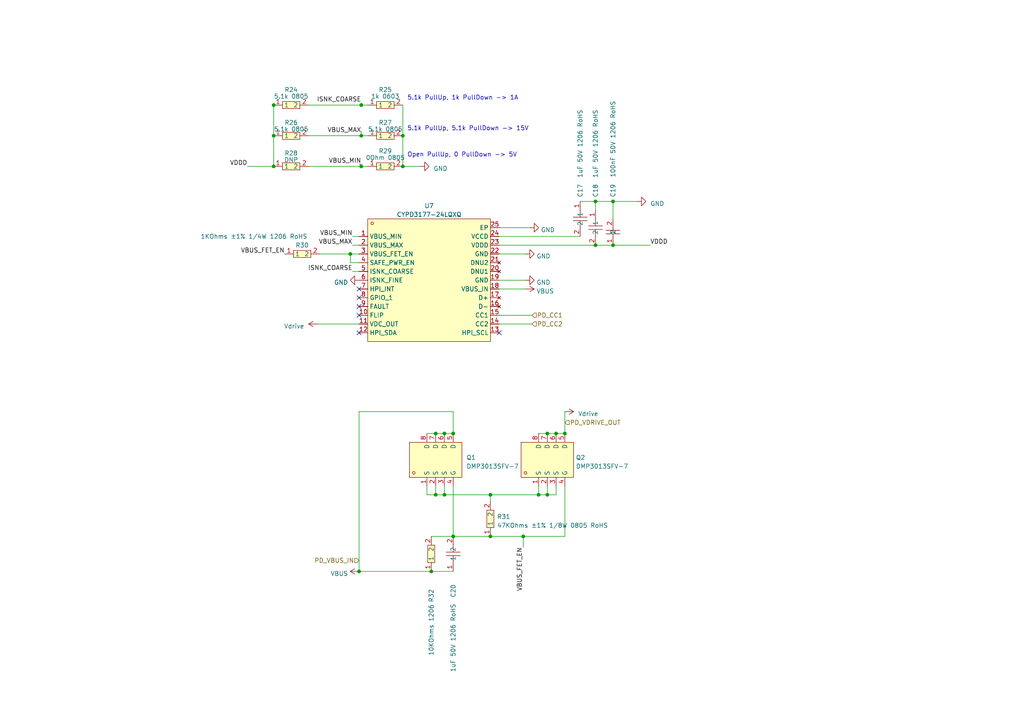
<source format=kicad_sch>
(kicad_sch (version 20230121) (generator eeschema)
  (paper "A4")
  (title_block (title "Frankenstein Controller") (company "wirkbetrieb.net / Tom Eichhorn"))
  (lib_symbols
    (symbol "easyeda2kicad:0805W8F0000T5E"
      (property "Reference" "R" (at 0 5.08 0))
      (property "Value" "0805W8F0000T5E" (at 0 -5.08 0))
      (symbol "0805W8F0000T5E_0_1"
        (rectangle (start -2.54 1.02) (end 2.54 -1.02) (fill (type background)))
        (pin input line (at -5.08 0 0) (length 2.54) (name "1") (number "1"))
        (pin input line (at 5.08 0 180) (length 2.54) (name "2") (number "2"))
      )
    )
    (symbol "easyeda2kicad:0805W8F1001T5E"
      (property "Reference" "R" (at 0 5.08 0))
      (property "Value" "0805W8F1001T5E" (at 0 -5.08 0))
      (symbol "0805W8F1001T5E_0_1"
        (rectangle (start -2.54 1.02) (end 2.54 -1.02) (fill (type background)))
        (pin input line (at -5.08 0 0) (length 2.54) (name "1") (number "1"))
        (pin input line (at 5.08 0 180) (length 2.54) (name "2") (number "2"))
      )
    )
    (symbol "easyeda2kicad:0805W8F4702T5E"
      (property "Reference" "R" (at 0 5.08 0))
      (property "Value" "47k 0805" (at 0 -5.08 0))
      (symbol "0805W8F4702T5E_0_1"
        (rectangle (start -2.54 1.02) (end 2.54 -1.02) (fill (type background)))
        (pin bidirectional line (at -5.08 0 0) (length 2.54) (name "1") (number "1"))
        (pin bidirectional line (at 5.08 0 180) (length 2.54) (name "2") (number "2"))
      )
    )
    (symbol "easyeda2kicad:0805W8F5101T5E"
      (property "Reference" "R" (at 0 5.08 0))
      (property "Value" "0805W8F5101T5E" (at 0 -5.08 0))
      (symbol "0805W8F5101T5E_0_1"
        (rectangle (start -2.54 1.02) (end 2.54 -1.02) (fill (type background)))
        (pin input line (at -5.08 0 0) (length 2.54) (name "1") (number "1"))
        (pin input line (at 5.08 0 180) (length 2.54) (name "2") (number "2"))
      )
    )
    (symbol "easyeda2kicad:1206W4F1001T5E"
      (property "Reference" "R" (at 0 5.08 0))
      (property "Value" "1k 1206" (at 0 -5.08 0))
      (symbol "1206W4F1001T5E_0_1"
        (rectangle (start -2.54 1.02) (end 2.54 -1.02) (fill (type background)))
        (pin bidirectional line (at -5.08 0 0) (length 2.54) (name "1") (number "1"))
        (pin bidirectional line (at 5.08 0 180) (length 2.54) (name "2") (number "2"))
      )
    )
    (symbol "easyeda2kicad:1206W4F1002T5E"
      (property "Reference" "R" (at 0 5.08 0))
      (property "Value" "10k 1206" (at 0 -5.08 0))
      (symbol "1206W4F1002T5E_0_1"
        (rectangle (start -2.54 1.02) (end 2.54 -1.02) (fill (type background)))
        (pin bidirectional line (at -5.08 0 0) (length 2.54) (name "1") (number "1"))
        (pin bidirectional line (at 5.08 0 180) (length 2.54) (name "2") (number "2"))
      )
    )
    (symbol "easyeda2kicad:CL31B104KBCNNNC"
      (property "Reference" "C" (at 0 5.08 0))
      (property "Value" "100nF 50V 1206" (at 0 -5.08 0))
      (symbol "CL31B104KBCNNNC_0_1"
        (polyline (pts (xy -1.27 0) (xy -0.51 0)))
        (polyline (pts (xy -0.51 2.03) (xy -0.51 -2.03)))
        (polyline (pts (xy 0.51 0) (xy 1.27 0)))
        (polyline (pts (xy 0.51 2.03) (xy 0.51 -2.03)))
        (pin bidirectional line (at -3.81 0 0) (length 2.54) (name "1") (number "1"))
        (pin bidirectional line (at 3.81 0 180) (length 2.54) (name "2") (number "2"))
      )
    )
    (symbol "easyeda2kicad:CL31B105KBHNNNE"
      (property "Reference" "C" (at 0 5.08 0))
      (property "Value" "1uF 50V 1206" (at 0 -5.08 0))
      (symbol "CL31B105KBHNNNE_0_1"
        (polyline (pts (xy -0.51 -2.03) (xy -0.51 2.03)))
        (polyline (pts (xy -0.51 0) (xy -2.54 0)))
        (polyline (pts (xy 0.51 2.03) (xy 0.51 -2.03)))
        (polyline (pts (xy 2.54 0) (xy 0.51 0)))
        (pin bidirectional line (at -5.08 0 0) (length 2.54) (name "1") (number "1"))
        (pin bidirectional line (at 5.08 0 180) (length 2.54) (name "2") (number "2"))
      )
    )
    (symbol "easyeda2kicad:CYPD3177-24LQXQ"
      (property "Reference" "U" (at 0 20.32 0))
      (property "Value" "CYPD3177-24LQXQ" (at 0 -20.32 0))
      (symbol "CYPD3177-24LQXQ_0_1"
        (rectangle (start -17.78 17.78) (end 17.78 -17.78) (fill (type background)))
        (circle (center -16.51 16.51) (radius 0.38))
        (pin input line (at -20.32 12.7 0) (length 2.54) (name "VBUS_MIN") (number "1"))
        (pin output line (at -20.32 -10.16 0) (length 2.54) (name "FLIP") (number "10"))
        (pin power_in line (at -20.32 -12.7 0) (length 2.54) (name "VDC_OUT") (number "11"))
        (pin bidirectional line (at -20.32 -15.24 0) (length 2.54) (name "HPI_SDA") (number "12"))
        (pin input line (at 20.32 -15.24 180) (length 2.54) (name "HPI_SCL") (number "13"))
        (pin bidirectional line (at 20.32 -12.7 180) (length 2.54) (name "CC2") (number "14"))
        (pin bidirectional line (at 20.32 -10.16 180) (length 2.54) (name "CC1") (number "15"))
        (pin no_connect line (at 20.32 -7.62 180) (length 2.54) (name "D-") (number "16"))
        (pin no_connect line (at 20.32 -5.08 180) (length 2.54) (name "D+") (number "17"))
        (pin power_in line (at 20.32 -2.54 180) (length 2.54) (name "VBUS_IN") (number "18"))
        (pin power_in line (at 20.32 0 180) (length 2.54) (name "GND") (number "19"))
        (pin input line (at -20.32 10.16 0) (length 2.54) (name "VBUS_MAX") (number "2"))
        (pin no_connect line (at 20.32 2.54 180) (length 2.54) (name "DNU1") (number "20"))
        (pin no_connect line (at 20.32 5.08 180) (length 2.54) (name "DNU2") (number "21"))
        (pin power_in line (at 20.32 7.62 180) (length 2.54) (name "GND") (number "22"))
        (pin power_out line (at 20.32 10.16 180) (length 2.54) (name "VDDD") (number "23"))
        (pin power_out line (at 20.32 12.7 180) (length 2.54) (name "VCCD") (number "24"))
        (pin unspecified line (at 20.32 15.24 180) (length 2.54) (name "EP") (number "25"))
        (pin output line (at -20.32 7.62 0) (length 2.54) (name "VBUS_FET_EN") (number "3"))
        (pin output line (at -20.32 5.08 0) (length 2.54) (name "SAFE_PWR_EN") (number "4"))
        (pin input line (at -20.32 2.54 0) (length 2.54) (name "ISNK_COARSE") (number "5"))
        (pin power_in line (at -20.32 0 0) (length 2.54) (name "ISNK_FINE") (number "6"))
        (pin output line (at -20.32 -2.54 0) (length 2.54) (name "HPI_INT") (number "7"))
        (pin bidirectional line (at -20.32 -5.08 0) (length 2.54) (name "GPIO_1") (number "8"))
        (pin output line (at -20.32 -7.62 0) (length 2.54) (name "FAULT") (number "9"))
      )
    )
    (symbol "easyeda2kicad:DMP3013SFV-7"
      (property "Reference" "Q" (at 0 7.62 0))
      (property "Value" "DMP3013SFV-7" (at 0 -10.16 0))
      (symbol "DMP3013SFV-7_0_1"
        (rectangle (start -5.08 7.62) (end 5.08 -7.62) (fill (type background)))
        (circle (center -3.81 6.35) (radius 0.38))
        (pin bidirectional line (at -7.62 2.54 0) (length 2.54) (name "S") (number "1"))
        (pin bidirectional line (at -7.62 0 0) (length 2.54) (name "S") (number "2"))
        (pin bidirectional line (at -7.62 -2.54 0) (length 2.54) (name "S") (number "3"))
        (pin bidirectional line (at -7.62 -5.08 0) (length 2.54) (name "G") (number "4"))
        (pin bidirectional line (at 7.62 -5.08 180) (length 2.54) (name "D") (number "5"))
        (pin bidirectional line (at 7.62 -2.54 180) (length 2.54) (name "D") (number "6"))
        (pin bidirectional line (at 7.62 0 180) (length 2.54) (name "D") (number "7"))
        (pin bidirectional line (at 7.62 2.54 180) (length 2.54) (name "D") (number "8"))
      )
    )
    (symbol "power:GND" (power) (pin_names (offset 0))
      (property "Value" "GND" (at 0 -3.81 0))
      (symbol "GND_0_1"
        (polyline (pts (xy 0 0) (xy 0 -1.27) (xy 1.27 -1.27) (xy 0 -2.54) (xy -1.27 -1.27) (xy 0 -1.27)))
      )
      (symbol "GND_1_1"
        (pin power_in line (at 0 0 270) (length 0) hide (name "GND") (number "1"))
      )
    )
    (symbol "power:VBUS" (power) (pin_names (offset 0))
      (property "Value" "VBUS" (at 0 3.81 0))
      (symbol "VBUS_0_1"
        (polyline (pts (xy -0.762 1.27) (xy 0 2.54)))
        (polyline (pts (xy 0 0) (xy 0 2.54)))
        (polyline (pts (xy 0 2.54) (xy 0.762 1.27)))
      )
      (symbol "VBUS_1_1"
        (pin power_in line (at 0 0 90) (length 0) hide (name "VBUS") (number "1"))
      )
    )
    (symbol "power:Vdrive" (power) (pin_names (offset 0))
      (property "Value" "Vdrive" (at 0 3.81 0))
      (symbol "Vdrive_0_1"
        (polyline (pts (xy -0.762 1.27) (xy 0 2.54)))
        (polyline (pts (xy 0 0) (xy 0 2.54)))
        (polyline (pts (xy 0 2.54) (xy 0.762 1.27)))
      )
      (symbol "Vdrive_1_1"
        (pin power_in line (at 0 0 90) (length 0) hide (name "Vdrive") (number "1"))
      )
    )
  )
  (junction (at 161.29 125.73))
  (junction (at 101.6 73.66))
  (junction (at 142.24 143.51))
  (junction (at 126.365 143.51))
  (junction (at 172.72 58.42))
  (junction (at 177.8 71.12))
  (junction (at 158.75 125.73))
  (junction (at 172.72 71.12))
  (junction (at 128.905 125.73))
  (junction (at 116.84 39.37))
  (junction (at 177.8 58.42))
  (junction (at 156.21 143.51))
  (junction (at 142.24 155.575))
  (junction (at 131.445 125.73))
  (junction (at 104.775 30.48))
  (junction (at 125.095 165.735))
  (junction (at 104.775 48.26))
  (junction (at 116.84 48.26))
  (junction (at 79.375 39.37))
  (junction (at 126.365 125.73))
  (junction (at 128.905 143.51))
  (junction (at 151.765 155.575))
  (junction (at 131.445 155.575))
  (junction (at 79.375 30.48))
  (junction (at 104.14 165.735))
  (junction (at 104.775 39.37))
  (junction (at 79.375 48.26))
  (junction (at 163.83 125.73))
  (junction (at 158.75 143.51))
  (no_connect (at 104.14 88.9))
  (no_connect (at 104.14 86.36))
  (no_connect (at 144.78 96.52))
  (no_connect (at 104.14 83.82))
  (no_connect (at 104.14 96.52))
  (no_connect (at 104.14 91.44))
  (wire (pts (xy 116.84 48.26) (xy 121.92 48.26)))
  (wire (pts (xy 92.075 93.98) (xy 104.14 93.98)))
  (wire (pts (xy 163.83 119.38) (xy 163.83 125.73)))
  (wire (pts (xy 89.535 30.48) (xy 104.775 30.48)))
  (wire (pts (xy 128.905 125.73) (xy 131.445 125.73)))
  (wire (pts (xy 126.365 143.51) (xy 128.905 143.51)))
  (wire (pts (xy 144.78 81.28) (xy 152.4 81.28)))
  (wire (pts (xy 102.235 78.74) (xy 104.14 78.74)))
  (wire (pts (xy 163.83 140.97) (xy 163.83 155.575)))
  (wire (pts (xy 158.75 125.73) (xy 161.29 125.73)))
  (wire (pts (xy 79.375 39.37) (xy 79.375 48.26)))
  (wire (pts (xy 104.775 30.48) (xy 106.68 30.48)))
  (wire (pts (xy 172.72 58.42) (xy 172.72 60.96)))
  (wire (pts (xy 144.78 66.04) (xy 153.67 66.04)))
  (wire (pts (xy 104.775 39.37) (xy 106.68 39.37)))
  (wire (pts (xy 125.095 165.735) (xy 104.14 165.735)))
  (wire (pts (xy 104.14 76.2) (xy 101.6 76.2)))
  (wire (pts (xy 116.84 39.37) (xy 116.84 48.26)))
  (wire (pts (xy 128.905 143.51) (xy 142.24 143.51)))
  (wire (pts (xy 131.445 119.38) (xy 104.14 119.38)))
  (wire (pts (xy 104.775 47.625) (xy 104.775 48.26)))
  (wire (pts (xy 123.825 125.73) (xy 126.365 125.73)))
  (wire (pts (xy 151.765 155.575) (xy 163.83 155.575)))
  (wire (pts (xy 125.095 165.735) (xy 131.445 165.735)))
  (wire (pts (xy 104.775 48.26) (xy 106.68 48.26)))
  (wire (pts (xy 102.235 71.12) (xy 104.14 71.12)))
  (wire (pts (xy 161.29 143.51) (xy 161.29 140.97)))
  (wire (pts (xy 128.905 143.51) (xy 128.905 140.97)))
  (wire (pts (xy 142.24 143.51) (xy 142.24 145.415)))
  (wire (pts (xy 79.375 39.37) (xy 79.375 30.48)))
  (wire (pts (xy 177.8 58.42) (xy 184.785 58.42)))
  (wire (pts (xy 177.8 71.12) (xy 188.595 71.12)))
  (wire (pts (xy 144.78 93.98) (xy 154.305 93.98)))
  (wire (pts (xy 177.8 58.42) (xy 177.8 63.5)))
  (wire (pts (xy 116.84 30.48) (xy 116.84 39.37)))
  (wire (pts (xy 123.825 140.97) (xy 123.825 143.51)))
  (wire (pts (xy 158.75 140.97) (xy 158.75 143.51)))
  (wire (pts (xy 144.78 73.66) (xy 152.4 73.66)))
  (wire (pts (xy 172.72 58.42) (xy 177.8 58.42)))
  (wire (pts (xy 161.29 125.73) (xy 163.83 125.73)))
  (wire (pts (xy 131.445 119.38) (xy 131.445 125.73)))
  (wire (pts (xy 151.765 155.575) (xy 151.765 158.75)))
  (wire (pts (xy 89.535 48.26) (xy 104.775 48.26)))
  (wire (pts (xy 172.72 71.12) (xy 177.8 71.12)))
  (wire (pts (xy 123.825 143.51) (xy 126.365 143.51)))
  (wire (pts (xy 131.445 155.575) (xy 142.24 155.575)))
  (wire (pts (xy 126.365 125.73) (xy 128.905 125.73)))
  (wire (pts (xy 104.775 38.1) (xy 104.775 39.37)))
  (wire (pts (xy 156.21 125.73) (xy 158.75 125.73)))
  (wire (pts (xy 104.775 29.845) (xy 104.775 30.48)))
  (wire (pts (xy 71.755 48.26) (xy 79.375 48.26)))
  (wire (pts (xy 144.78 91.44) (xy 154.305 91.44)))
  (wire (pts (xy 142.24 143.51) (xy 156.21 143.51)))
  (wire (pts (xy 102.235 68.58) (xy 104.14 68.58)))
  (wire (pts (xy 144.78 68.58) (xy 168.275 68.58)))
  (wire (pts (xy 131.445 140.97) (xy 131.445 155.575)))
  (wire (pts (xy 142.24 155.575) (xy 151.765 155.575)))
  (wire (pts (xy 144.78 71.12) (xy 172.72 71.12)))
  (wire (pts (xy 158.75 143.51) (xy 161.29 143.51)))
  (wire (pts (xy 126.365 143.51) (xy 126.365 140.97)))
  (wire (pts (xy 89.535 39.37) (xy 104.775 39.37)))
  (wire (pts (xy 168.275 58.42) (xy 172.72 58.42)))
  (wire (pts (xy 92.71 73.66) (xy 101.6 73.66)))
  (wire (pts (xy 101.6 73.66) (xy 104.14 73.66)))
  (wire (pts (xy 79.375 30.48) (xy 80.01 30.48)))
  (wire (pts (xy 156.21 143.51) (xy 158.75 143.51)))
  (wire (pts (xy 104.775 47.625) (xy 104.14 47.625)))
  (wire (pts (xy 125.095 155.575) (xy 131.445 155.575)))
  (wire (pts (xy 144.78 83.82) (xy 152.4 83.82)))
  (wire (pts (xy 156.21 143.51) (xy 156.21 140.97)))
  (wire (pts (xy 104.14 119.38) (xy 104.14 165.735)))
  (wire (pts (xy 101.6 76.2) (xy 101.6 73.66)))
  (text "5.1k PullUp, 1k PullDown -> 1A\n" (at 118.11 29.21 0) (effects (font (size 1.27 1.27)) (justify left bottom)))
  (text "Open PullUp, 0 PullDown -> 5V" (at 118.11 45.72 0) (effects (font (size 1.27 1.27)) (justify left bottom)))
  (text "5.1k PullUp, 5.1k PullDown -> 15V" (at 118.11 38.1 0) (effects (font (size 1.27 1.27)) (justify left bottom)))
  (label "VBUS_FET_EN" (at 151.765 158.75 270))
  (label "ISNK_COARSE" (at 102.235 78.74 180))
  (label "VDDD" (at 71.755 48.26 180))
  (label "VDDD" (at 188.595 71.12 0))
  (label "VBUS_MAX" (at 104.775 38.735 180))
  (label "VBUS_FET_EN" (at 82.55 73.66 180))
  (label "VBUS_MIN" (at 102.235 68.58 180))
  (label "ISNK_COARSE" (at 104.775 29.845 180))
  (label "VBUS_MAX" (at 102.235 71.12 180))
  (label "VBUS_MIN" (at 104.775 47.625 180))
  (hierarchical_label "PD_CC1" (shape input) (at 154.305 91.44 0))
  (hierarchical_label "PD_CC2" (shape input) (at 154.305 93.98 0))
  (hierarchical_label "PD_VBUS_IN" (shape input) (at 104.14 162.56 180))
  (hierarchical_label "PD_VDRIVE_OUT" (shape input) (at 163.83 122.555 0))
  (symbol (lib_id "easyeda2kicad:CYPD3177-24LQXQ") (at 124.46 81.28 0) (unit 1)
    (property "Reference" "U7" (at 124.46 59.69 0))
    (property "Value" "CYPD3177-24LQXQ" (at 124.46 62.23 0))
    (property "Footprint" "easyeda2kicad:TQFN-24_L4.0-W4.0-P0.50-TL-EP2.8" (effects hide))
    (property "Manufacturer" "SPANSION(飞索)" (effects hide))
    (property "LCSC Part" "C1521054" (effects hide))
    (instances (project "frankenstein_enlarger_controller" (path "" (reference "U7") (unit 1))) (project "frankenstein_lightningbolt" (path "" (reference "U1") (unit 1))))
  )
  (symbol (lib_id "power:GND") (at 104.14 81.28 270) (unit 1)
    (property "Reference" "#PWR034" (effects hide))
    (property "Value" "GND" (at 100.965 81.915 90) (effects (justify right)))
  )
  (symbol (lib_id "power:VBUS") (at 152.4 83.82 270) (unit 1)
    (property "Reference" "#PWR036" (effects hide))
    (property "Value" "VBUS" (at 155.575 84.455 90) (effects (justify left)))
    (instances (project "frankenstein_enlarger_controller" (path "" (reference "#PWR036") (unit 1))) (project "frankenstein_lightningbolt" (path "" (reference "#PWR021") (unit 1))))
  )
  (symbol (lib_id "power:GND") (at 152.4 73.66 90) (unit 1)
    (property "Reference" "#PWR033" (effects hide))
    (property "Value" "GND" (at 155.575 74.295 90) (effects (justify right)))
    (instances (project "frankenstein_enlarger_controller" (path "" (reference "#PWR033") (unit 1))) (project "frankenstein_lightningbolt" (path "" (reference "#PWR019") (unit 1))))
  )
  (symbol (lib_id "easyeda2kicad:1206W4F1001T5E") (at 87.63 73.66 0) (unit 1)
    (property "Reference" "R30" (at 87.63 71.12 0))
    (property "Value" "1KOhms ±1% 1/4W 1206 RoHS" (at 73.66 68.58 0))
    (property "Footprint" "easyeda2kicad:R1206" (effects hide))
    (property "Datasheet" "https://lcsc.com/product-detail/Chip-Resistor-Surface-Mount-UniOhm_1KR-1001-1_C4410.html" (effects hide))
    (property "Manufacturer" "UNI-ROYAL(厚声)" (effects hide))
    (property "LCSC Part" "C4410" (effects hide))
    (property "JLC Part" "Basic Part" (effects hide))
    (instances (project "frankenstein_enlarger_controller" (path "" (reference "R30") (unit 1))) (project "frankenstein_lightningbolt" (path "" (reference "R1") (unit 1))))
  )
  (symbol (lib_id "easyeda2kicad:0805W8F5101T5E") (at 111.76 39.37 0) (unit 1)
    (property "Reference" "R27" (at 111.76 35.56 0))
    (property "Value" "5.1k 0805" (at 111.76 37.465 0))
    (property "Footprint" "easyeda2kicad:R0805" (effects hide))
    (property "Datasheet" "https://lcsc.com/product-detail/Chip-Resistor-Surface-Mount-UniOhm_5-1KR-5101-1_C27834.html" (effects hide))
    (property "Manufacturer" "UNI-ROYAL(厚声)" (effects hide))
    (property "LCSC Part" "C27834" (effects hide))
    (property "JLC Part" "Basic Part" (effects hide))
    (instances (project "frankenstein_enlarger_controller" (path "" (reference "R27") (unit 1))) (project "frankenstein_lightningbolt" (path "" (reference "R5") (unit 1))))
  )
  (symbol (lib_id "easyeda2kicad:0805W8F1001T5E") (at 111.76 30.48 0) (unit 1)
    (property "Reference" "R25" (at 111.76 26.035 0))
    (property "Value" "1k 0603" (at 111.76 27.94 0))
    (property "Footprint" "easyeda2kicad:R0805" (effects hide))
    (property "Datasheet" "https://lcsc.com/product-detail/Chip-Resistor-Surface-Mount-UniOhm_1KR-1001-1_C17513.html" (effects hide))
    (property "Manufacturer" "UNI-ROYAL(厚声)" (effects hide))
    (property "LCSC Part" "C17513" (effects hide))
    (property "JLC Part" "Basic Part" (effects hide))
    (instances (project "frankenstein_enlarger_controller" (path "" (reference "R25") (unit 1))) (project "frankenstein_lightningbolt" (path "" (reference "R9") (unit 1))))
  )
  (symbol (lib_id "easyeda2kicad:0805W8F5101T5E") (at 84.455 30.48 0) (unit 1)
    (property "Reference" "R24" (at 84.455 26.035 0))
    (property "Value" "5.1k 0805" (at 84.455 27.94 0))
    (property "Footprint" "easyeda2kicad:R0805" (effects hide))
    (property "Datasheet" "https://lcsc.com/product-detail/Chip-Resistor-Surface-Mount-UniOhm_5-1KR-5101-1_C27834.html" (effects hide))
    (property "Manufacturer" "UNI-ROYAL(厚声)" (effects hide))
    (property "LCSC Part" "C27834" (effects hide))
    (property "JLC Part" "Basic Part" (effects hide))
    (instances (project "frankenstein_enlarger_controller" (path "" (reference "R24") (unit 1))) (project "frankenstein_lightningbolt" (path "" (reference "R8") (unit 1))))
  )
  (symbol (lib_id "easyeda2kicad:0805W8F0000T5E") (at 111.76 48.26 0) (unit 1)
    (property "Reference" "R29" (at 111.76 43.815 0))
    (property "Value" "0Ohm 0805" (at 111.76 45.72 0))
    (property "Footprint" "easyeda2kicad:R0805" (effects hide))
    (property "Datasheet" "https://lcsc.com/product-detail/Chip-Resistor-Surface-Mount-UniOhm_0R-0R0-1_C17477.html" (effects hide))
    (property "Manufacturer" "UNI-ROYAL(厚声)" (effects hide))
    (property "LCSC Part" "C17477" (effects hide))
    (property "JLC Part" "Basic Part" (effects hide))
    (instances (project "frankenstein_enlarger_controller" (path "" (reference "R29") (unit 1))) (project "frankenstein_lightningbolt" (path "" (reference "R7") (unit 1))))
  )
  (symbol (lib_id "power:GND") (at 121.92 48.26 90) (unit 1)
    (property "Reference" "#PWR030" (effects hide))
    (property "Value" "GND" (at 125.73 48.895 90) (effects (justify right)))
    (instances (project "frankenstein_enlarger_controller" (path "" (reference "#PWR030") (unit 1))) (project "frankenstein_lightningbolt" (path "" (reference "#PWR033") (unit 1))))
  )
  (symbol (lib_id "power:VBUS") (at 104.14 165.735 90) (unit 1)
    (property "Reference" "#PWR039" (effects hide))
    (property "Value" "VBUS" (at 100.965 166.37 90) (effects (justify left)))
    (instances (project "frankenstein_enlarger_controller" (path "" (reference "#PWR039") (unit 1))) (project "frankenstein_lightningbolt" (path "" (reference "#PWR024") (unit 1))))
  )
  (symbol (lib_id "easyeda2kicad:0805W8F4702T5E") (at 142.24 150.495 90) (unit 1)
    (property "Reference" "R31" (at 144.145 149.86 90) (effects (justify right)))
    (property "Value" "47KOhms ±1% 1/8W 0805 RoHS" (at 144.145 152.4 90) (effects (justify right)))
    (property "Footprint" "easyeda2kicad:R0805" (effects hide))
    (property "Datasheet" "https://lcsc.com/product-detail/Chip-Resistor-Surface-Mount-UniOhm_47KR-4702-1_C17713.html" (effects hide))
    (property "Manufacturer" "UNI-ROYAL(厚声)" (effects hide))
    (property "LCSC Part" "C17713" (effects hide))
    (property "JLC Part" "Basic Part" (effects hide))
    (instances (project "frankenstein_enlarger_controller" (path "" (reference "R31") (unit 1))) (project "frankenstein_lightningbolt" (path "" (reference "R3") (unit 1))))
  )
  (symbol (lib_id "easyeda2kicad:DMP3013SFV-7") (at 158.75 133.35 90) (unit 1)
    (property "Reference" "Q2" (at 167.005 132.715 90) (effects (justify right)))
    (property "Value" "DMP3013SFV-7" (at 167.005 135.255 90) (effects (justify right)))
    (property "Footprint" "easyeda2kicad:POWERPAK-1212-8_L3.1-W3.1-P0.65-LS3.3-BL" (effects hide))
    (property "Datasheet" "https://lcsc.com/product-detail/Others_Diodes-Incorporated_DMP3013SFV-7_Diodes-Incorporated-DMP3013SFV-7_C264098.html" (effects hide))
    (property "Manufacturer" "DIODES(美台)" (effects hide))
    (property "LCSC Part" "C264098" (effects hide))
    (property "JLC Part" "Extended Part" (effects hide))
  )
  (symbol (lib_id "easyeda2kicad:CL31B105KBHNNNE") (at 131.445 160.655 90) (unit 1)
    (property "Reference" "C20" (at 131.445 173.355 0) (effects (justify left)))
    (property "Value" "1uF 50V 1206 RoHS" (at 131.445 194.945 0) (effects (justify left)))
    (property "Footprint" "easyeda2kicad:C1206" (effects hide))
    (property "Datasheet" "https://lcsc.com/product-detail/Multilayer-Ceramic-Capacitors-MLCC-SMD-SMT_SAMSUNG_CL31B105KBHNNNE_1uF-105-10-50V_C1848.html" (effects hide))
    (property "Manufacturer" "SAMSUNG(三星)" (effects hide))
    (property "LCSC Part" "C1848" (effects hide))
    (property "JLC Part" "Basic Part" (effects hide))
    (instances (project "frankenstein_enlarger_controller" (path "" (reference "C20") (unit 1))) (project "frankenstein_lightningbolt" (path "" (reference "C6") (unit 1))))
  )
  (symbol (lib_id "power:GND") (at 152.4 81.28 90) (unit 1)
    (property "Reference" "#PWR035" (effects hide))
    (property "Value" "GND" (at 155.575 81.915 90) (effects (justify right)))
    (instances (project "frankenstein_enlarger_controller" (path "" (reference "#PWR035") (unit 1))) (project "frankenstein_lightningbolt" (path "" (reference "#PWR020") (unit 1))))
  )
  (symbol (lib_id "easyeda2kicad:0805W8F5101T5E") (at 84.455 39.37 0) (unit 1)
    (property "Reference" "R26" (at 84.455 35.56 0))
    (property "Value" "5.1k 0805" (at 84.455 37.465 0))
    (property "Footprint" "easyeda2kicad:R0805" (effects hide))
    (property "Datasheet" "https://lcsc.com/product-detail/Chip-Resistor-Surface-Mount-UniOhm_5-1KR-5101-1_C27834.html" (effects hide))
    (property "Manufacturer" "UNI-ROYAL(厚声)" (effects hide))
    (property "LCSC Part" "C27834" (effects hide))
    (property "JLC Part" "Basic Part" (effects hide))
    (instances (project "frankenstein_enlarger_controller" (path "" (reference "R26") (unit 1))) (project "frankenstein_lightningbolt" (path "" (reference "R4") (unit 1))))
  )
  (symbol (lib_id "easyeda2kicad:CL31B105KBHNNNE") (at 172.72 66.04 270) (unit 1)
    (property "Reference" "C18" (at 172.72 53.34 0) (effects (justify left)))
    (property "Value" "1uF 50V 1206 RoHS" (at 172.72 31.75 0) (effects (justify left)))
    (property "Footprint" "easyeda2kicad:C1206" (effects hide))
    (property "Datasheet" "https://lcsc.com/product-detail/Multilayer-Ceramic-Capacitors-MLCC-SMD-SMT_SAMSUNG_CL31B105KBHNNNE_1uF-105-10-50V_C1848.html" (effects hide))
    (property "Manufacturer" "SAMSUNG(三星)" (effects hide))
    (property "LCSC Part" "C1848" (effects hide))
    (property "JLC Part" "Basic Part" (effects hide))
    (instances (project "frankenstein_enlarger_controller" (path "" (reference "C18") (unit 1))) (project "frankenstein_lightningbolt" (path "" (reference "C4") (unit 1))))
  )
  (symbol (lib_id "easyeda2kicad:DMP3013SFV-7") (at 126.365 133.35 90) (unit 1)
    (property "Reference" "Q1" (at 135.255 132.715 90) (effects (justify right)))
    (property "Value" "DMP3013SFV-7" (at 135.255 135.255 90) (effects (justify right)))
    (property "Footprint" "easyeda2kicad:POWERPAK-1212-8_L3.1-W3.1-P0.65-LS3.3-BL" (effects hide))
    (property "Datasheet" "https://lcsc.com/product-detail/Others_Diodes-Incorporated_DMP3013SFV-7_Diodes-Incorporated-DMP3013SFV-7_C264098.html" (effects hide))
    (property "Manufacturer" "DIODES(美台)" (effects hide))
    (property "LCSC Part" "C264098" (effects hide))
    (property "JLC Part" "Extended Part" (effects hide))
  )
  (symbol (lib_id "easyeda2kicad:CL31B104KBCNNNC") (at 177.8 67.31 90) (unit 1)
    (property "Reference" "C19" (at 177.8 53.34 0) (effects (justify right)))
    (property "Value" "100nF 50V 1206 RoHS" (at 177.8 29.21 0) (effects (justify right)))
    (property "Footprint" "easyeda2kicad:C1206" (effects hide))
    (property "Datasheet" "https://lcsc.com/product-detail/Multilayer-Ceramic-Capacitors-MLCC-SMD-SMT_SAMSUNG_CL31B104KBCNNNC_100nF-104-10-50V_C24497.html" (effects hide))
    (property "Manufacturer" "SAMSUNG(三星)" (effects hide))
    (property "LCSC Part" "C24497" (effects hide))
    (property "JLC Part" "Basic Part" (effects hide))
    (instances (project "frankenstein_enlarger_controller" (path "" (reference "C19") (unit 1))) (project "frankenstein_lightningbolt" (path "" (reference "C5") (unit 1))))
  )
  (symbol (lib_id "power:Vdrive") (at 92.075 93.98 90) (unit 1)
    (property "Reference" "#PWR037" (effects hide))
    (property "Value" "Vdrive" (at 88.265 94.615 90) (effects (justify left)))
    (instances (project "frankenstein_enlarger_controller" (path "" (reference "#PWR037") (unit 1))) (project "frankenstein_lightningbolt" (path "" (reference "#PWR026") (unit 1))))
  )
  (symbol (lib_id "easyeda2kicad:CL31B105KBHNNNE") (at 168.275 63.5 270) (unit 1)
    (property "Reference" "C17" (at 168.275 53.34 0) (effects (justify left)))
    (property "Value" "1uF 50V 1206 RoHS" (at 168.275 31.75 0) (effects (justify left)))
    (property "Footprint" "easyeda2kicad:C1206" (effects hide))
    (property "Datasheet" "https://lcsc.com/product-detail/Multilayer-Ceramic-Capacitors-MLCC-SMD-SMT_SAMSUNG_CL31B105KBHNNNE_1uF-105-10-50V_C1848.html" (effects hide))
    (property "Manufacturer" "SAMSUNG(三星)" (effects hide))
    (property "LCSC Part" "C1848" (effects hide))
    (property "JLC Part" "Basic Part" (effects hide))
    (instances (project "frankenstein_enlarger_controller" (path "" (reference "C17") (unit 1))) (project "frankenstein_lightningbolt" (path "" (reference "C3") (unit 1))))
  )
  (symbol (lib_id "power:Vdrive") (at 163.83 119.38 270) (unit 1)
    (property "Reference" "#PWR038" (effects hide))
    (property "Value" "Vdrive" (at 167.64 120.015 90) (effects (justify left)))
    (instances (project "frankenstein_enlarger_controller" (path "" (reference "#PWR038") (unit 1))) (project "frankenstein_lightningbolt" (path "" (reference "#PWR025") (unit 1))))
  )
  (symbol (lib_id "easyeda2kicad:1206W4F1002T5E") (at 125.095 160.655 90) (unit 1)
    (property "Reference" "R32" (at 125.095 170.815 0) (effects (justify right)))
    (property "Value" "10KOhms 1206" (at 125.095 175.26 0) (effects (justify right)))
    (property "Footprint" "easyeda2kicad:R1206" (effects hide))
    (property "Datasheet" "https://lcsc.com/product-detail/Chip-Resistor-Surface-Mount-UniOhm_10KR-1002-1_C17902.html" (effects hide))
    (property "Manufacturer" "UNI-ROYAL(厚声)" (effects hide))
    (property "LCSC Part" "C17902" (effects hide))
    (property "JLC Part" "Basic Part" (effects hide))
    (instances (project "frankenstein_enlarger_controller" (path "" (reference "R32") (unit 1))) (project "frankenstein_lightningbolt" (path "" (reference "R2") (unit 1))))
  )
  (symbol (lib_id "easyeda2kicad:0805W8F5101T5E") (at 84.455 48.26 0) (unit 1)
    (property "Reference" "R28" (at 84.455 44.45 0))
    (property "Value" "DNP" (at 84.455 46.355 0))
    (property "Footprint" "easyeda2kicad:R0805" (effects hide))
    (instances (project "frankenstein_enlarger_controller" (path "" (reference "R28") (unit 1))) (project "frankenstein_lightningbolt" (path "" (reference "R6") (unit 1))))
  )
  (symbol (lib_id "power:GND") (at 153.67 66.04 90) (unit 1)
    (property "Reference" "#PWR032" (effects hide))
    (property "Value" "GND" (at 156.845 66.675 90) (effects (justify right)))
    (instances (project "frankenstein_enlarger_controller" (path "" (reference "#PWR032") (unit 1))) (project "frankenstein_lightningbolt" (path "" (reference "#PWR022") (unit 1))))
  )
  (symbol (lib_id "power:GND") (at 184.785 58.42 90) (unit 1)
    (property "Reference" "#PWR031" (effects hide))
    (property "Value" "GND" (at 188.595 59.055 90) (effects (justify right)))
    (instances (project "frankenstein_enlarger_controller" (path "" (reference "#PWR031") (unit 1))) (project "frankenstein_lightningbolt" (path "" (reference "#PWR023") (unit 1))))
  )
)
</source>
